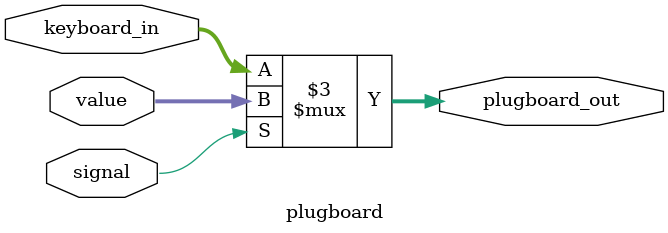
<source format=v>
`timescale 1ns / 1ps


module plugboard(
signal,
keyboard_in,
value,
plugboard_out
    );
input [15:0] keyboard_in;
input [15:0] value;
input signal;
output reg [15:0] plugboard_out;


always@(*)begin
if(signal)begin
plugboard_out = value;
end
else
plugboard_out = keyboard_in;
end



endmodule




</source>
